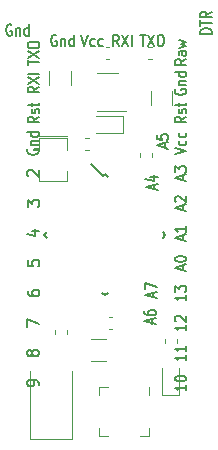
<source format=gbr>
G04 #@! TF.GenerationSoftware,KiCad,Pcbnew,5.1.6+dfsg1-1~bpo9+1*
G04 #@! TF.CreationDate,2020-06-19T12:03:56+02:00*
G04 #@! TF.ProjectId,RF-Arduino-Pro-Mini,52462d41-7264-4756-996e-6f2d50726f2d,rev?*
G04 #@! TF.SameCoordinates,Original*
G04 #@! TF.FileFunction,Legend,Top*
G04 #@! TF.FilePolarity,Positive*
%FSLAX46Y46*%
G04 Gerber Fmt 4.6, Leading zero omitted, Abs format (unit mm)*
G04 Created by KiCad (PCBNEW 5.1.6+dfsg1-1~bpo9+1) date 2020-06-19 12:03:56*
%MOMM*%
%LPD*%
G01*
G04 APERTURE LIST*
%ADD10C,0.150000*%
%ADD11C,0.120000*%
G04 APERTURE END LIST*
D10*
X127065066Y-109562828D02*
X127065066Y-109181876D01*
X127350780Y-109639019D02*
X126350780Y-109372352D01*
X127350780Y-109105685D01*
X126350780Y-108915209D02*
X126350780Y-108381876D01*
X127350780Y-108724733D01*
X126988866Y-111798028D02*
X126988866Y-111417076D01*
X127274580Y-111874219D02*
X126274580Y-111607552D01*
X127274580Y-111340885D01*
X126274580Y-110731361D02*
X126274580Y-110883742D01*
X126322200Y-110959933D01*
X126369819Y-110998028D01*
X126512676Y-111074219D01*
X126703152Y-111112314D01*
X127084104Y-111112314D01*
X127179342Y-111074219D01*
X127226961Y-111036123D01*
X127274580Y-110959933D01*
X127274580Y-110807552D01*
X127226961Y-110731361D01*
X127179342Y-110693266D01*
X127084104Y-110655171D01*
X126846009Y-110655171D01*
X126750771Y-110693266D01*
X126703152Y-110731361D01*
X126655533Y-110807552D01*
X126655533Y-110959933D01*
X126703152Y-111036123D01*
X126750771Y-111074219D01*
X126846009Y-111112314D01*
X128055666Y-96913628D02*
X128055666Y-96532676D01*
X128341380Y-96989819D02*
X127341380Y-96723152D01*
X128341380Y-96456485D01*
X127341380Y-95808866D02*
X127341380Y-96189819D01*
X127817571Y-96227914D01*
X127769952Y-96189819D01*
X127722333Y-96113628D01*
X127722333Y-95923152D01*
X127769952Y-95846961D01*
X127817571Y-95808866D01*
X127912809Y-95770771D01*
X128150904Y-95770771D01*
X128246142Y-95808866D01*
X128293761Y-95846961D01*
X128341380Y-95923152D01*
X128341380Y-96113628D01*
X128293761Y-96189819D01*
X128246142Y-96227914D01*
X127141266Y-100444228D02*
X127141266Y-100063276D01*
X127426980Y-100520419D02*
X126426980Y-100253752D01*
X127426980Y-99987085D01*
X126760314Y-99377561D02*
X127426980Y-99377561D01*
X126379361Y-99568038D02*
X127093647Y-99758514D01*
X127093647Y-99263276D01*
X132024380Y-87274285D02*
X131024380Y-87274285D01*
X131024380Y-87083809D01*
X131072000Y-86969523D01*
X131167238Y-86893333D01*
X131262476Y-86855238D01*
X131452952Y-86817142D01*
X131595809Y-86817142D01*
X131786285Y-86855238D01*
X131881523Y-86893333D01*
X131976761Y-86969523D01*
X132024380Y-87083809D01*
X132024380Y-87274285D01*
X131024380Y-86588571D02*
X131024380Y-86131428D01*
X132024380Y-86360000D02*
X131024380Y-86360000D01*
X132024380Y-85407619D02*
X131548190Y-85674285D01*
X132024380Y-85864761D02*
X131024380Y-85864761D01*
X131024380Y-85560000D01*
X131072000Y-85483809D01*
X131119619Y-85445714D01*
X131214857Y-85407619D01*
X131357714Y-85407619D01*
X131452952Y-85445714D01*
X131500571Y-85483809D01*
X131548190Y-85560000D01*
X131548190Y-85864761D01*
X125971428Y-87336380D02*
X126428571Y-87336380D01*
X126200000Y-88336380D02*
X126200000Y-87336380D01*
X126619047Y-87336380D02*
X127152380Y-88336380D01*
X127152380Y-87336380D02*
X126619047Y-88336380D01*
X127609523Y-87336380D02*
X127761904Y-87336380D01*
X127838095Y-87384000D01*
X127914285Y-87479238D01*
X127952380Y-87669714D01*
X127952380Y-88003047D01*
X127914285Y-88193523D01*
X127838095Y-88288761D01*
X127761904Y-88336380D01*
X127609523Y-88336380D01*
X127533333Y-88288761D01*
X127457142Y-88193523D01*
X127419047Y-88003047D01*
X127419047Y-87669714D01*
X127457142Y-87479238D01*
X127533333Y-87384000D01*
X127609523Y-87336380D01*
X124136190Y-88336380D02*
X123869523Y-87860190D01*
X123679047Y-88336380D02*
X123679047Y-87336380D01*
X123983809Y-87336380D01*
X124060000Y-87384000D01*
X124098095Y-87431619D01*
X124136190Y-87526857D01*
X124136190Y-87669714D01*
X124098095Y-87764952D01*
X124060000Y-87812571D01*
X123983809Y-87860190D01*
X123679047Y-87860190D01*
X124402857Y-87336380D02*
X124936190Y-88336380D01*
X124936190Y-87336380D02*
X124402857Y-88336380D01*
X125240952Y-88336380D02*
X125240952Y-87336380D01*
X120967619Y-87336380D02*
X121234285Y-88336380D01*
X121500952Y-87336380D01*
X122110476Y-88288761D02*
X122034285Y-88336380D01*
X121881904Y-88336380D01*
X121805714Y-88288761D01*
X121767619Y-88241142D01*
X121729523Y-88145904D01*
X121729523Y-87860190D01*
X121767619Y-87764952D01*
X121805714Y-87717333D01*
X121881904Y-87669714D01*
X122034285Y-87669714D01*
X122110476Y-87717333D01*
X122796190Y-88288761D02*
X122720000Y-88336380D01*
X122567619Y-88336380D01*
X122491428Y-88288761D01*
X122453333Y-88241142D01*
X122415238Y-88145904D01*
X122415238Y-87860190D01*
X122453333Y-87764952D01*
X122491428Y-87717333D01*
X122567619Y-87669714D01*
X122720000Y-87669714D01*
X122796190Y-87717333D01*
X118865714Y-87384000D02*
X118789523Y-87336380D01*
X118675238Y-87336380D01*
X118560952Y-87384000D01*
X118484761Y-87479238D01*
X118446666Y-87574476D01*
X118408571Y-87764952D01*
X118408571Y-87907809D01*
X118446666Y-88098285D01*
X118484761Y-88193523D01*
X118560952Y-88288761D01*
X118675238Y-88336380D01*
X118751428Y-88336380D01*
X118865714Y-88288761D01*
X118903809Y-88241142D01*
X118903809Y-87907809D01*
X118751428Y-87907809D01*
X119246666Y-87669714D02*
X119246666Y-88336380D01*
X119246666Y-87764952D02*
X119284761Y-87717333D01*
X119360952Y-87669714D01*
X119475238Y-87669714D01*
X119551428Y-87717333D01*
X119589523Y-87812571D01*
X119589523Y-88336380D01*
X120313333Y-88336380D02*
X120313333Y-87336380D01*
X120313333Y-88288761D02*
X120237142Y-88336380D01*
X120084761Y-88336380D01*
X120008571Y-88288761D01*
X119970476Y-88241142D01*
X119932380Y-88145904D01*
X119932380Y-87860190D01*
X119970476Y-87764952D01*
X120008571Y-87717333D01*
X120084761Y-87669714D01*
X120237142Y-87669714D01*
X120313333Y-87717333D01*
X115055714Y-86495000D02*
X114979523Y-86447380D01*
X114865238Y-86447380D01*
X114750952Y-86495000D01*
X114674761Y-86590238D01*
X114636666Y-86685476D01*
X114598571Y-86875952D01*
X114598571Y-87018809D01*
X114636666Y-87209285D01*
X114674761Y-87304523D01*
X114750952Y-87399761D01*
X114865238Y-87447380D01*
X114941428Y-87447380D01*
X115055714Y-87399761D01*
X115093809Y-87352142D01*
X115093809Y-87018809D01*
X114941428Y-87018809D01*
X115436666Y-86780714D02*
X115436666Y-87447380D01*
X115436666Y-86875952D02*
X115474761Y-86828333D01*
X115550952Y-86780714D01*
X115665238Y-86780714D01*
X115741428Y-86828333D01*
X115779523Y-86923571D01*
X115779523Y-87447380D01*
X116503333Y-87447380D02*
X116503333Y-86447380D01*
X116503333Y-87399761D02*
X116427142Y-87447380D01*
X116274761Y-87447380D01*
X116198571Y-87399761D01*
X116160476Y-87352142D01*
X116122380Y-87256904D01*
X116122380Y-86971190D01*
X116160476Y-86875952D01*
X116198571Y-86828333D01*
X116274761Y-86780714D01*
X116427142Y-86780714D01*
X116503333Y-86828333D01*
X129865380Y-89433333D02*
X129389190Y-89700000D01*
X129865380Y-89890476D02*
X128865380Y-89890476D01*
X128865380Y-89585714D01*
X128913000Y-89509523D01*
X128960619Y-89471428D01*
X129055857Y-89433333D01*
X129198714Y-89433333D01*
X129293952Y-89471428D01*
X129341571Y-89509523D01*
X129389190Y-89585714D01*
X129389190Y-89890476D01*
X129865380Y-88747619D02*
X129341571Y-88747619D01*
X129246333Y-88785714D01*
X129198714Y-88861904D01*
X129198714Y-89014285D01*
X129246333Y-89090476D01*
X129817761Y-88747619D02*
X129865380Y-88823809D01*
X129865380Y-89014285D01*
X129817761Y-89090476D01*
X129722523Y-89128571D01*
X129627285Y-89128571D01*
X129532047Y-89090476D01*
X129484428Y-89014285D01*
X129484428Y-88823809D01*
X129436809Y-88747619D01*
X129198714Y-88442857D02*
X129865380Y-88290476D01*
X129389190Y-88138095D01*
X129865380Y-87985714D01*
X129198714Y-87833333D01*
X128913000Y-91954285D02*
X128865380Y-92030476D01*
X128865380Y-92144761D01*
X128913000Y-92259047D01*
X129008238Y-92335238D01*
X129103476Y-92373333D01*
X129293952Y-92411428D01*
X129436809Y-92411428D01*
X129627285Y-92373333D01*
X129722523Y-92335238D01*
X129817761Y-92259047D01*
X129865380Y-92144761D01*
X129865380Y-92068571D01*
X129817761Y-91954285D01*
X129770142Y-91916190D01*
X129436809Y-91916190D01*
X129436809Y-92068571D01*
X129198714Y-91573333D02*
X129865380Y-91573333D01*
X129293952Y-91573333D02*
X129246333Y-91535238D01*
X129198714Y-91459047D01*
X129198714Y-91344761D01*
X129246333Y-91268571D01*
X129341571Y-91230476D01*
X129865380Y-91230476D01*
X129865380Y-90506666D02*
X128865380Y-90506666D01*
X129817761Y-90506666D02*
X129865380Y-90582857D01*
X129865380Y-90735238D01*
X129817761Y-90811428D01*
X129770142Y-90849523D01*
X129674904Y-90887619D01*
X129389190Y-90887619D01*
X129293952Y-90849523D01*
X129246333Y-90811428D01*
X129198714Y-90735238D01*
X129198714Y-90582857D01*
X129246333Y-90506666D01*
X129865380Y-94284761D02*
X129389190Y-94551428D01*
X129865380Y-94741904D02*
X128865380Y-94741904D01*
X128865380Y-94437142D01*
X128913000Y-94360952D01*
X128960619Y-94322857D01*
X129055857Y-94284761D01*
X129198714Y-94284761D01*
X129293952Y-94322857D01*
X129341571Y-94360952D01*
X129389190Y-94437142D01*
X129389190Y-94741904D01*
X129817761Y-93980000D02*
X129865380Y-93903809D01*
X129865380Y-93751428D01*
X129817761Y-93675238D01*
X129722523Y-93637142D01*
X129674904Y-93637142D01*
X129579666Y-93675238D01*
X129532047Y-93751428D01*
X129532047Y-93865714D01*
X129484428Y-93941904D01*
X129389190Y-93980000D01*
X129341571Y-93980000D01*
X129246333Y-93941904D01*
X129198714Y-93865714D01*
X129198714Y-93751428D01*
X129246333Y-93675238D01*
X129198714Y-93408571D02*
X129198714Y-93103809D01*
X128865380Y-93294285D02*
X129722523Y-93294285D01*
X129817761Y-93256190D01*
X129865380Y-93180000D01*
X129865380Y-93103809D01*
X128865380Y-97472380D02*
X129865380Y-97205714D01*
X128865380Y-96939047D01*
X129817761Y-96329523D02*
X129865380Y-96405714D01*
X129865380Y-96558095D01*
X129817761Y-96634285D01*
X129770142Y-96672380D01*
X129674904Y-96710476D01*
X129389190Y-96710476D01*
X129293952Y-96672380D01*
X129246333Y-96634285D01*
X129198714Y-96558095D01*
X129198714Y-96405714D01*
X129246333Y-96329523D01*
X129817761Y-95643809D02*
X129865380Y-95720000D01*
X129865380Y-95872380D01*
X129817761Y-95948571D01*
X129770142Y-95986666D01*
X129674904Y-96024761D01*
X129389190Y-96024761D01*
X129293952Y-95986666D01*
X129246333Y-95948571D01*
X129198714Y-95872380D01*
X129198714Y-95720000D01*
X129246333Y-95643809D01*
X129579666Y-99631428D02*
X129579666Y-99250476D01*
X129865380Y-99707619D02*
X128865380Y-99440952D01*
X129865380Y-99174285D01*
X128865380Y-98983809D02*
X128865380Y-98488571D01*
X129246333Y-98755238D01*
X129246333Y-98640952D01*
X129293952Y-98564761D01*
X129341571Y-98526666D01*
X129436809Y-98488571D01*
X129674904Y-98488571D01*
X129770142Y-98526666D01*
X129817761Y-98564761D01*
X129865380Y-98640952D01*
X129865380Y-98869523D01*
X129817761Y-98945714D01*
X129770142Y-98983809D01*
X129579666Y-102171428D02*
X129579666Y-101790476D01*
X129865380Y-102247619D02*
X128865380Y-101980952D01*
X129865380Y-101714285D01*
X128960619Y-101485714D02*
X128913000Y-101447619D01*
X128865380Y-101371428D01*
X128865380Y-101180952D01*
X128913000Y-101104761D01*
X128960619Y-101066666D01*
X129055857Y-101028571D01*
X129151095Y-101028571D01*
X129293952Y-101066666D01*
X129865380Y-101523809D01*
X129865380Y-101028571D01*
X129579666Y-104711428D02*
X129579666Y-104330476D01*
X129865380Y-104787619D02*
X128865380Y-104520952D01*
X129865380Y-104254285D01*
X129865380Y-103568571D02*
X129865380Y-104025714D01*
X129865380Y-103797142D02*
X128865380Y-103797142D01*
X129008238Y-103873333D01*
X129103476Y-103949523D01*
X129151095Y-104025714D01*
X129579666Y-107251428D02*
X129579666Y-106870476D01*
X129865380Y-107327619D02*
X128865380Y-107060952D01*
X129865380Y-106794285D01*
X128865380Y-106375238D02*
X128865380Y-106299047D01*
X128913000Y-106222857D01*
X128960619Y-106184761D01*
X129055857Y-106146666D01*
X129246333Y-106108571D01*
X129484428Y-106108571D01*
X129674904Y-106146666D01*
X129770142Y-106184761D01*
X129817761Y-106222857D01*
X129865380Y-106299047D01*
X129865380Y-106375238D01*
X129817761Y-106451428D01*
X129770142Y-106489523D01*
X129674904Y-106527619D01*
X129484428Y-106565714D01*
X129246333Y-106565714D01*
X129055857Y-106527619D01*
X128960619Y-106489523D01*
X128913000Y-106451428D01*
X128865380Y-106375238D01*
X129865380Y-109372380D02*
X129865380Y-109829523D01*
X129865380Y-109600952D02*
X128865380Y-109600952D01*
X129008238Y-109677142D01*
X129103476Y-109753333D01*
X129151095Y-109829523D01*
X128865380Y-109105714D02*
X128865380Y-108610476D01*
X129246333Y-108877142D01*
X129246333Y-108762857D01*
X129293952Y-108686666D01*
X129341571Y-108648571D01*
X129436809Y-108610476D01*
X129674904Y-108610476D01*
X129770142Y-108648571D01*
X129817761Y-108686666D01*
X129865380Y-108762857D01*
X129865380Y-108991428D01*
X129817761Y-109067619D01*
X129770142Y-109105714D01*
X129865380Y-111912380D02*
X129865380Y-112369523D01*
X129865380Y-112140952D02*
X128865380Y-112140952D01*
X129008238Y-112217142D01*
X129103476Y-112293333D01*
X129151095Y-112369523D01*
X128960619Y-111607619D02*
X128913000Y-111569523D01*
X128865380Y-111493333D01*
X128865380Y-111302857D01*
X128913000Y-111226666D01*
X128960619Y-111188571D01*
X129055857Y-111150476D01*
X129151095Y-111150476D01*
X129293952Y-111188571D01*
X129865380Y-111645714D01*
X129865380Y-111150476D01*
X129865380Y-114452380D02*
X129865380Y-114909523D01*
X129865380Y-114680952D02*
X128865380Y-114680952D01*
X129008238Y-114757142D01*
X129103476Y-114833333D01*
X129151095Y-114909523D01*
X129865380Y-113690476D02*
X129865380Y-114147619D01*
X129865380Y-113919047D02*
X128865380Y-113919047D01*
X129008238Y-113995238D01*
X129103476Y-114071428D01*
X129151095Y-114147619D01*
X129865380Y-116992380D02*
X129865380Y-117449523D01*
X129865380Y-117220952D02*
X128865380Y-117220952D01*
X129008238Y-117297142D01*
X129103476Y-117373333D01*
X129151095Y-117449523D01*
X128865380Y-116497142D02*
X128865380Y-116420952D01*
X128913000Y-116344761D01*
X128960619Y-116306666D01*
X129055857Y-116268571D01*
X129246333Y-116230476D01*
X129484428Y-116230476D01*
X129674904Y-116268571D01*
X129770142Y-116306666D01*
X129817761Y-116344761D01*
X129865380Y-116420952D01*
X129865380Y-116497142D01*
X129817761Y-116573333D01*
X129770142Y-116611428D01*
X129674904Y-116649523D01*
X129484428Y-116687619D01*
X129246333Y-116687619D01*
X129055857Y-116649523D01*
X128960619Y-116611428D01*
X128913000Y-116573333D01*
X128865380Y-116497142D01*
X116419380Y-89928571D02*
X116419380Y-89471428D01*
X117419380Y-89700000D02*
X116419380Y-89700000D01*
X116419380Y-89280952D02*
X117419380Y-88747619D01*
X116419380Y-88747619D02*
X117419380Y-89280952D01*
X116419380Y-88290476D02*
X116419380Y-88138095D01*
X116467000Y-88061904D01*
X116562238Y-87985714D01*
X116752714Y-87947619D01*
X117086047Y-87947619D01*
X117276523Y-87985714D01*
X117371761Y-88061904D01*
X117419380Y-88138095D01*
X117419380Y-88290476D01*
X117371761Y-88366666D01*
X117276523Y-88442857D01*
X117086047Y-88480952D01*
X116752714Y-88480952D01*
X116562238Y-88442857D01*
X116467000Y-88366666D01*
X116419380Y-88290476D01*
X116416200Y-97034285D02*
X116368580Y-97110476D01*
X116368580Y-97224761D01*
X116416200Y-97339047D01*
X116511438Y-97415238D01*
X116606676Y-97453333D01*
X116797152Y-97491428D01*
X116940009Y-97491428D01*
X117130485Y-97453333D01*
X117225723Y-97415238D01*
X117320961Y-97339047D01*
X117368580Y-97224761D01*
X117368580Y-97148571D01*
X117320961Y-97034285D01*
X117273342Y-96996190D01*
X116940009Y-96996190D01*
X116940009Y-97148571D01*
X116701914Y-96653333D02*
X117368580Y-96653333D01*
X116797152Y-96653333D02*
X116749533Y-96615238D01*
X116701914Y-96539047D01*
X116701914Y-96424761D01*
X116749533Y-96348571D01*
X116844771Y-96310476D01*
X117368580Y-96310476D01*
X117368580Y-95586666D02*
X116368580Y-95586666D01*
X117320961Y-95586666D02*
X117368580Y-95662857D01*
X117368580Y-95815238D01*
X117320961Y-95891428D01*
X117273342Y-95929523D01*
X117178104Y-95967619D01*
X116892390Y-95967619D01*
X116797152Y-95929523D01*
X116749533Y-95891428D01*
X116701914Y-95815238D01*
X116701914Y-95662857D01*
X116749533Y-95586666D01*
X116463819Y-99345714D02*
X116416200Y-99298095D01*
X116368580Y-99202857D01*
X116368580Y-98964761D01*
X116416200Y-98869523D01*
X116463819Y-98821904D01*
X116559057Y-98774285D01*
X116654295Y-98774285D01*
X116797152Y-98821904D01*
X117368580Y-99393333D01*
X117368580Y-98774285D01*
X117419380Y-91763809D02*
X116943190Y-92030476D01*
X117419380Y-92220952D02*
X116419380Y-92220952D01*
X116419380Y-91916190D01*
X116467000Y-91840000D01*
X116514619Y-91801904D01*
X116609857Y-91763809D01*
X116752714Y-91763809D01*
X116847952Y-91801904D01*
X116895571Y-91840000D01*
X116943190Y-91916190D01*
X116943190Y-92220952D01*
X116419380Y-91497142D02*
X117419380Y-90963809D01*
X116419380Y-90963809D02*
X117419380Y-91497142D01*
X117419380Y-90659047D02*
X116419380Y-90659047D01*
X117419380Y-94284761D02*
X116943190Y-94551428D01*
X117419380Y-94741904D02*
X116419380Y-94741904D01*
X116419380Y-94437142D01*
X116467000Y-94360952D01*
X116514619Y-94322857D01*
X116609857Y-94284761D01*
X116752714Y-94284761D01*
X116847952Y-94322857D01*
X116895571Y-94360952D01*
X116943190Y-94437142D01*
X116943190Y-94741904D01*
X117371761Y-93980000D02*
X117419380Y-93903809D01*
X117419380Y-93751428D01*
X117371761Y-93675238D01*
X117276523Y-93637142D01*
X117228904Y-93637142D01*
X117133666Y-93675238D01*
X117086047Y-93751428D01*
X117086047Y-93865714D01*
X117038428Y-93941904D01*
X116943190Y-93980000D01*
X116895571Y-93980000D01*
X116800333Y-93941904D01*
X116752714Y-93865714D01*
X116752714Y-93751428D01*
X116800333Y-93675238D01*
X116752714Y-93408571D02*
X116752714Y-93103809D01*
X116419380Y-93294285D02*
X117276523Y-93294285D01*
X117371761Y-93256190D01*
X117419380Y-93180000D01*
X117419380Y-93103809D01*
X116419380Y-101933333D02*
X116419380Y-101314285D01*
X116800333Y-101647619D01*
X116800333Y-101504761D01*
X116847952Y-101409523D01*
X116895571Y-101361904D01*
X116990809Y-101314285D01*
X117228904Y-101314285D01*
X117324142Y-101361904D01*
X117371761Y-101409523D01*
X117419380Y-101504761D01*
X117419380Y-101790476D01*
X117371761Y-101885714D01*
X117324142Y-101933333D01*
X116752714Y-103949523D02*
X117419380Y-103949523D01*
X116371761Y-104187619D02*
X117086047Y-104425714D01*
X117086047Y-103806666D01*
X116419380Y-106441904D02*
X116419380Y-106918095D01*
X116895571Y-106965714D01*
X116847952Y-106918095D01*
X116800333Y-106822857D01*
X116800333Y-106584761D01*
X116847952Y-106489523D01*
X116895571Y-106441904D01*
X116990809Y-106394285D01*
X117228904Y-106394285D01*
X117324142Y-106441904D01*
X117371761Y-106489523D01*
X117419380Y-106584761D01*
X117419380Y-106822857D01*
X117371761Y-106918095D01*
X117324142Y-106965714D01*
X116419380Y-109029523D02*
X116419380Y-109220000D01*
X116467000Y-109315238D01*
X116514619Y-109362857D01*
X116657476Y-109458095D01*
X116847952Y-109505714D01*
X117228904Y-109505714D01*
X117324142Y-109458095D01*
X117371761Y-109410476D01*
X117419380Y-109315238D01*
X117419380Y-109124761D01*
X117371761Y-109029523D01*
X117324142Y-108981904D01*
X117228904Y-108934285D01*
X116990809Y-108934285D01*
X116895571Y-108981904D01*
X116847952Y-109029523D01*
X116800333Y-109124761D01*
X116800333Y-109315238D01*
X116847952Y-109410476D01*
X116895571Y-109458095D01*
X116990809Y-109505714D01*
X116368580Y-112093333D02*
X116368580Y-111426666D01*
X117368580Y-111855238D01*
X116797152Y-114395238D02*
X116749533Y-114490476D01*
X116701914Y-114538095D01*
X116606676Y-114585714D01*
X116559057Y-114585714D01*
X116463819Y-114538095D01*
X116416200Y-114490476D01*
X116368580Y-114395238D01*
X116368580Y-114204761D01*
X116416200Y-114109523D01*
X116463819Y-114061904D01*
X116559057Y-114014285D01*
X116606676Y-114014285D01*
X116701914Y-114061904D01*
X116749533Y-114109523D01*
X116797152Y-114204761D01*
X116797152Y-114395238D01*
X116844771Y-114490476D01*
X116892390Y-114538095D01*
X116987628Y-114585714D01*
X117178104Y-114585714D01*
X117273342Y-114538095D01*
X117320961Y-114490476D01*
X117368580Y-114395238D01*
X117368580Y-114204761D01*
X117320961Y-114109523D01*
X117273342Y-114061904D01*
X117178104Y-114014285D01*
X116987628Y-114014285D01*
X116892390Y-114061904D01*
X116844771Y-114109523D01*
X116797152Y-114204761D01*
X117368580Y-117030476D02*
X117368580Y-116840000D01*
X117320961Y-116744761D01*
X117273342Y-116697142D01*
X117130485Y-116601904D01*
X116940009Y-116554285D01*
X116559057Y-116554285D01*
X116463819Y-116601904D01*
X116416200Y-116649523D01*
X116368580Y-116744761D01*
X116368580Y-116935238D01*
X116416200Y-117030476D01*
X116463819Y-117078095D01*
X116559057Y-117125714D01*
X116797152Y-117125714D01*
X116892390Y-117078095D01*
X116940009Y-117030476D01*
X116987628Y-116935238D01*
X116987628Y-116744761D01*
X116940009Y-116649523D01*
X116892390Y-116601904D01*
X116797152Y-116554285D01*
D11*
X126697000Y-120638000D02*
X126697000Y-121363000D01*
X126697000Y-121363000D02*
X125972000Y-121363000D01*
X122477000Y-117868000D02*
X122477000Y-117143000D01*
X122477000Y-117143000D02*
X123202000Y-117143000D01*
X122477000Y-120638000D02*
X122477000Y-121363000D01*
X122477000Y-121363000D02*
X123202000Y-121363000D01*
X126697000Y-117868000D02*
X126697000Y-117143000D01*
D10*
X122960000Y-99173476D02*
X122800901Y-99332575D01*
X128086524Y-104300000D02*
X127856714Y-104529810D01*
X122960000Y-109426524D02*
X123189810Y-109196714D01*
X117833476Y-104300000D02*
X118063286Y-104070190D01*
X122960000Y-99173476D02*
X123189810Y-99403286D01*
X117833476Y-104300000D02*
X118063286Y-104529810D01*
X122960000Y-109426524D02*
X122730190Y-109196714D01*
X128086524Y-104300000D02*
X127856714Y-104070190D01*
X122800901Y-99332575D02*
X121793274Y-98324948D01*
D11*
X119763000Y-112684779D02*
X119763000Y-112359221D01*
X118743000Y-112684779D02*
X118743000Y-112359221D01*
X126607221Y-88390000D02*
X126932779Y-88390000D01*
X126607221Y-89410000D02*
X126932779Y-89410000D01*
X123281221Y-111250000D02*
X123606779Y-111250000D01*
X123281221Y-112270000D02*
X123606779Y-112270000D01*
X121636879Y-96068400D02*
X121311321Y-96068400D01*
X121636879Y-97088400D02*
X121311321Y-97088400D01*
X118265400Y-91605164D02*
X118265400Y-90401036D01*
X120085400Y-91605164D02*
X120085400Y-90401036D01*
X126852000Y-92082536D02*
X126852000Y-93286664D01*
X128672000Y-92082536D02*
X128672000Y-93286664D01*
X117391200Y-99711900D02*
X117391200Y-98911900D01*
X119791200Y-99711900D02*
X117791200Y-99711900D01*
X119791200Y-98911900D02*
X119791200Y-99711900D01*
X119791200Y-96111900D02*
X119791200Y-97111900D01*
X117791200Y-96111900D02*
X119791200Y-96111900D01*
X117391200Y-97111900D02*
X117391200Y-96111900D01*
X117391200Y-97111900D02*
X116991200Y-97111900D01*
X119791200Y-95911900D02*
X117791200Y-95911900D01*
X117791200Y-99711900D02*
X117391200Y-99711900D01*
X117791200Y-96111900D02*
X117391200Y-96111900D01*
X117791200Y-95911900D02*
X117391200Y-95911900D01*
X126976600Y-97698779D02*
X126976600Y-97373221D01*
X125956600Y-97698779D02*
X125956600Y-97373221D01*
X128014000Y-113446779D02*
X128014000Y-113121221D01*
X129034000Y-113446779D02*
X129034000Y-113121221D01*
X123027221Y-88390000D02*
X123352779Y-88390000D01*
X123027221Y-89410000D02*
X123352779Y-89410000D01*
X124090000Y-90592000D02*
X122290000Y-90592000D01*
X122290000Y-93812000D02*
X124740000Y-93812000D01*
X129259000Y-117817000D02*
X129259000Y-115532000D01*
X127789000Y-117817000D02*
X129259000Y-117817000D01*
X127789000Y-115532000D02*
X127789000Y-117817000D01*
X122186800Y-95680200D02*
X124471800Y-95680200D01*
X124471800Y-95680200D02*
X124471800Y-94210200D01*
X124471800Y-94210200D02*
X122186800Y-94210200D01*
X123030064Y-114956000D02*
X121825936Y-114956000D01*
X123030064Y-113136000D02*
X121825936Y-113136000D01*
X116614800Y-115791000D02*
X116614800Y-121541000D01*
X116614800Y-121541000D02*
X120214800Y-121541000D01*
X120214800Y-121541000D02*
X120214800Y-115791000D01*
M02*

</source>
